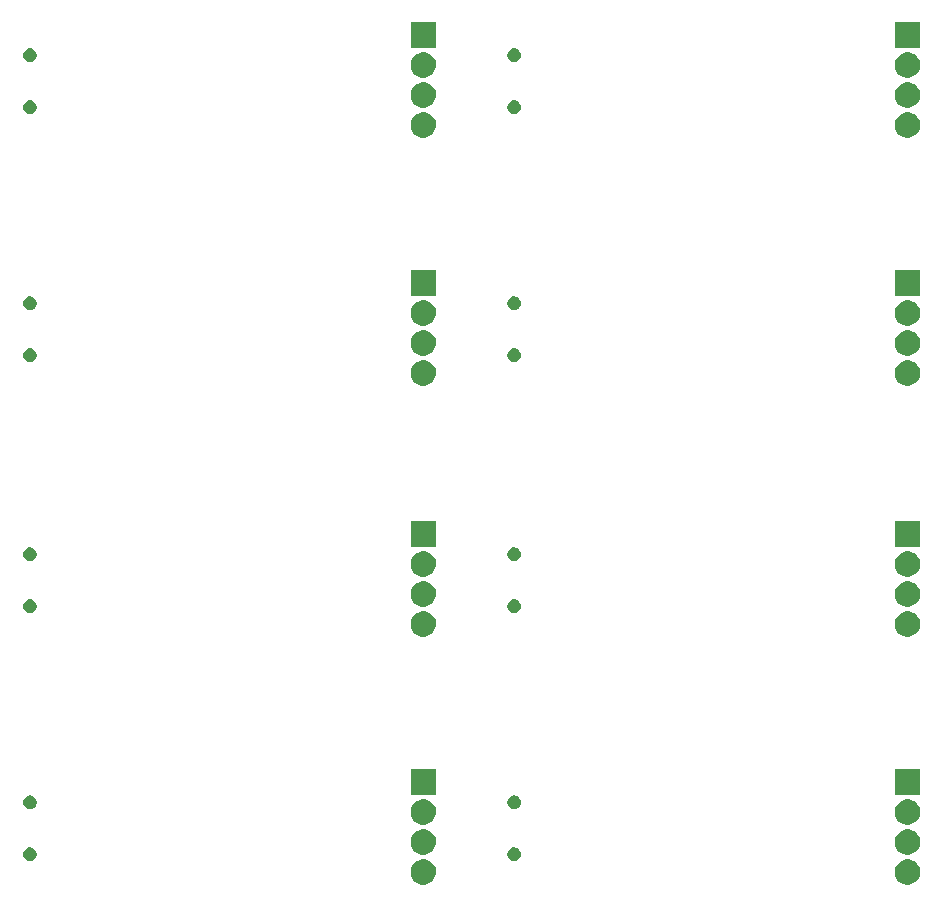
<source format=gbs>
G04 #@! TF.FileFunction,Soldermask,Bot*
%FSLAX46Y46*%
G04 Gerber Fmt 4.6, Leading zero omitted, Abs format (unit mm)*
G04 Created by KiCad (PCBNEW 0.201603131216+6619~43~ubuntu14.04.1-product) date Do 28 Apr 2016 22:30:15 CEST*
%MOMM*%
G01*
G04 APERTURE LIST*
%ADD10C,0.100000*%
G04 APERTURE END LIST*
D10*
G36*
X79363442Y-126230715D02*
X79570910Y-126273302D01*
X79766161Y-126355378D01*
X79941753Y-126473817D01*
X80090993Y-126624102D01*
X80208200Y-126800513D01*
X80288913Y-126996337D01*
X80329914Y-127203407D01*
X80329914Y-127203428D01*
X80330047Y-127204101D01*
X80326669Y-127446015D01*
X80326517Y-127446683D01*
X80326517Y-127446702D01*
X80279750Y-127652550D01*
X80193600Y-127846046D01*
X80071516Y-128019110D01*
X79918136Y-128165172D01*
X79739302Y-128278663D01*
X79541844Y-128355252D01*
X79333257Y-128392032D01*
X79121504Y-128387596D01*
X78914644Y-128342115D01*
X78720560Y-128257322D01*
X78546642Y-128136446D01*
X78399513Y-127984089D01*
X78284779Y-127806057D01*
X78206808Y-127609127D01*
X78168575Y-127400809D01*
X78171532Y-127189033D01*
X78215568Y-126981860D01*
X78299006Y-126787184D01*
X78418666Y-126612426D01*
X78569991Y-126464238D01*
X78747215Y-126348266D01*
X78943592Y-126268924D01*
X79151642Y-126229236D01*
X79363442Y-126230715D01*
X79363442Y-126230715D01*
G37*
G36*
X120363442Y-126230715D02*
X120570910Y-126273302D01*
X120766161Y-126355378D01*
X120941753Y-126473817D01*
X121090993Y-126624102D01*
X121208200Y-126800513D01*
X121288913Y-126996337D01*
X121329914Y-127203407D01*
X121329914Y-127203428D01*
X121330047Y-127204101D01*
X121326669Y-127446015D01*
X121326517Y-127446683D01*
X121326517Y-127446702D01*
X121279750Y-127652550D01*
X121193600Y-127846046D01*
X121071516Y-128019110D01*
X120918136Y-128165172D01*
X120739302Y-128278663D01*
X120541844Y-128355252D01*
X120333257Y-128392032D01*
X120121504Y-128387596D01*
X119914644Y-128342115D01*
X119720560Y-128257322D01*
X119546642Y-128136446D01*
X119399513Y-127984089D01*
X119284779Y-127806057D01*
X119206808Y-127609127D01*
X119168575Y-127400809D01*
X119171532Y-127189033D01*
X119215568Y-126981860D01*
X119299006Y-126787184D01*
X119418666Y-126612426D01*
X119569991Y-126464238D01*
X119747215Y-126348266D01*
X119943592Y-126268924D01*
X120151642Y-126229236D01*
X120363442Y-126230715D01*
X120363442Y-126230715D01*
G37*
G36*
X46005776Y-125210443D02*
X46117123Y-125233299D01*
X46221893Y-125277340D01*
X46316129Y-125340903D01*
X46396221Y-125421555D01*
X46459117Y-125516223D01*
X46502432Y-125621311D01*
X46524372Y-125732120D01*
X46524372Y-125732136D01*
X46524505Y-125732809D01*
X46522692Y-125862632D01*
X46522540Y-125863300D01*
X46522540Y-125863319D01*
X46497514Y-125973473D01*
X46451285Y-126077303D01*
X46385764Y-126170186D01*
X46303456Y-126248566D01*
X46207484Y-126309473D01*
X46101517Y-126350575D01*
X45989580Y-126370312D01*
X45875942Y-126367931D01*
X45764932Y-126343525D01*
X45660779Y-126298022D01*
X45567442Y-126233150D01*
X45488487Y-126151390D01*
X45426914Y-126055848D01*
X45385072Y-125950167D01*
X45364554Y-125838373D01*
X45366141Y-125724724D01*
X45389773Y-125613544D01*
X45434550Y-125509070D01*
X45498764Y-125415290D01*
X45579973Y-125335763D01*
X45675084Y-125273524D01*
X45780465Y-125230947D01*
X45892116Y-125209648D01*
X46005776Y-125210443D01*
X46005776Y-125210443D01*
G37*
G36*
X87005776Y-125210443D02*
X87117123Y-125233299D01*
X87221893Y-125277340D01*
X87316129Y-125340903D01*
X87396221Y-125421555D01*
X87459117Y-125516223D01*
X87502432Y-125621311D01*
X87524372Y-125732120D01*
X87524372Y-125732136D01*
X87524505Y-125732809D01*
X87522692Y-125862632D01*
X87522540Y-125863300D01*
X87522540Y-125863319D01*
X87497514Y-125973473D01*
X87451285Y-126077303D01*
X87385764Y-126170186D01*
X87303456Y-126248566D01*
X87207484Y-126309473D01*
X87101517Y-126350575D01*
X86989580Y-126370312D01*
X86875942Y-126367931D01*
X86764932Y-126343525D01*
X86660779Y-126298022D01*
X86567442Y-126233150D01*
X86488487Y-126151390D01*
X86426914Y-126055848D01*
X86385072Y-125950167D01*
X86364554Y-125838373D01*
X86366141Y-125724724D01*
X86389773Y-125613544D01*
X86434550Y-125509070D01*
X86498764Y-125415290D01*
X86579973Y-125335763D01*
X86675084Y-125273524D01*
X86780465Y-125230947D01*
X86892116Y-125209648D01*
X87005776Y-125210443D01*
X87005776Y-125210443D01*
G37*
G36*
X79363442Y-123690715D02*
X79570910Y-123733302D01*
X79766161Y-123815378D01*
X79941753Y-123933817D01*
X80090993Y-124084102D01*
X80208200Y-124260513D01*
X80288913Y-124456337D01*
X80329914Y-124663407D01*
X80329914Y-124663428D01*
X80330047Y-124664101D01*
X80326669Y-124906015D01*
X80326517Y-124906683D01*
X80326517Y-124906702D01*
X80279750Y-125112550D01*
X80193600Y-125306046D01*
X80071516Y-125479110D01*
X79918136Y-125625172D01*
X79739302Y-125738663D01*
X79541844Y-125815252D01*
X79333257Y-125852032D01*
X79121504Y-125847596D01*
X78914644Y-125802115D01*
X78720560Y-125717322D01*
X78546642Y-125596446D01*
X78399513Y-125444089D01*
X78284779Y-125266057D01*
X78206808Y-125069127D01*
X78168575Y-124860809D01*
X78171532Y-124649033D01*
X78215568Y-124441860D01*
X78299006Y-124247184D01*
X78418666Y-124072426D01*
X78569991Y-123924238D01*
X78747215Y-123808266D01*
X78943592Y-123728924D01*
X79151642Y-123689236D01*
X79363442Y-123690715D01*
X79363442Y-123690715D01*
G37*
G36*
X120363442Y-123690715D02*
X120570910Y-123733302D01*
X120766161Y-123815378D01*
X120941753Y-123933817D01*
X121090993Y-124084102D01*
X121208200Y-124260513D01*
X121288913Y-124456337D01*
X121329914Y-124663407D01*
X121329914Y-124663428D01*
X121330047Y-124664101D01*
X121326669Y-124906015D01*
X121326517Y-124906683D01*
X121326517Y-124906702D01*
X121279750Y-125112550D01*
X121193600Y-125306046D01*
X121071516Y-125479110D01*
X120918136Y-125625172D01*
X120739302Y-125738663D01*
X120541844Y-125815252D01*
X120333257Y-125852032D01*
X120121504Y-125847596D01*
X119914644Y-125802115D01*
X119720560Y-125717322D01*
X119546642Y-125596446D01*
X119399513Y-125444089D01*
X119284779Y-125266057D01*
X119206808Y-125069127D01*
X119168575Y-124860809D01*
X119171532Y-124649033D01*
X119215568Y-124441860D01*
X119299006Y-124247184D01*
X119418666Y-124072426D01*
X119569991Y-123924238D01*
X119747215Y-123808266D01*
X119943592Y-123728924D01*
X120151642Y-123689236D01*
X120363442Y-123690715D01*
X120363442Y-123690715D01*
G37*
G36*
X120363442Y-121150715D02*
X120570910Y-121193302D01*
X120766161Y-121275378D01*
X120941753Y-121393817D01*
X121090993Y-121544102D01*
X121208200Y-121720513D01*
X121288913Y-121916337D01*
X121329914Y-122123407D01*
X121329914Y-122123428D01*
X121330047Y-122124101D01*
X121326669Y-122366015D01*
X121326517Y-122366683D01*
X121326517Y-122366702D01*
X121279750Y-122572550D01*
X121193600Y-122766046D01*
X121071516Y-122939110D01*
X120918136Y-123085172D01*
X120739302Y-123198663D01*
X120541844Y-123275252D01*
X120333257Y-123312032D01*
X120121504Y-123307596D01*
X119914644Y-123262115D01*
X119720560Y-123177322D01*
X119546642Y-123056446D01*
X119399513Y-122904089D01*
X119284779Y-122726057D01*
X119206808Y-122529127D01*
X119168575Y-122320809D01*
X119171532Y-122109033D01*
X119215568Y-121901860D01*
X119299006Y-121707184D01*
X119418666Y-121532426D01*
X119569991Y-121384238D01*
X119747215Y-121268266D01*
X119943592Y-121188924D01*
X120151642Y-121149236D01*
X120363442Y-121150715D01*
X120363442Y-121150715D01*
G37*
G36*
X79363442Y-121150715D02*
X79570910Y-121193302D01*
X79766161Y-121275378D01*
X79941753Y-121393817D01*
X80090993Y-121544102D01*
X80208200Y-121720513D01*
X80288913Y-121916337D01*
X80329914Y-122123407D01*
X80329914Y-122123428D01*
X80330047Y-122124101D01*
X80326669Y-122366015D01*
X80326517Y-122366683D01*
X80326517Y-122366702D01*
X80279750Y-122572550D01*
X80193600Y-122766046D01*
X80071516Y-122939110D01*
X79918136Y-123085172D01*
X79739302Y-123198663D01*
X79541844Y-123275252D01*
X79333257Y-123312032D01*
X79121504Y-123307596D01*
X78914644Y-123262115D01*
X78720560Y-123177322D01*
X78546642Y-123056446D01*
X78399513Y-122904089D01*
X78284779Y-122726057D01*
X78206808Y-122529127D01*
X78168575Y-122320809D01*
X78171532Y-122109033D01*
X78215568Y-121901860D01*
X78299006Y-121707184D01*
X78418666Y-121532426D01*
X78569991Y-121384238D01*
X78747215Y-121268266D01*
X78943592Y-121188924D01*
X79151642Y-121149236D01*
X79363442Y-121150715D01*
X79363442Y-121150715D01*
G37*
G36*
X87005776Y-120811163D02*
X87117123Y-120834019D01*
X87221893Y-120878060D01*
X87316129Y-120941623D01*
X87396221Y-121022275D01*
X87459117Y-121116943D01*
X87502432Y-121222031D01*
X87524372Y-121332840D01*
X87524372Y-121332856D01*
X87524505Y-121333529D01*
X87522692Y-121463352D01*
X87522540Y-121464020D01*
X87522540Y-121464039D01*
X87497514Y-121574193D01*
X87451285Y-121678023D01*
X87385764Y-121770906D01*
X87303456Y-121849286D01*
X87207484Y-121910193D01*
X87101517Y-121951295D01*
X86989580Y-121971032D01*
X86875942Y-121968651D01*
X86764932Y-121944245D01*
X86660779Y-121898742D01*
X86567442Y-121833870D01*
X86488487Y-121752110D01*
X86426914Y-121656568D01*
X86385072Y-121550887D01*
X86364554Y-121439093D01*
X86366141Y-121325444D01*
X86389773Y-121214264D01*
X86434550Y-121109790D01*
X86498764Y-121016010D01*
X86579973Y-120936483D01*
X86675084Y-120874244D01*
X86780465Y-120831667D01*
X86892116Y-120810368D01*
X87005776Y-120811163D01*
X87005776Y-120811163D01*
G37*
G36*
X46005776Y-120811163D02*
X46117123Y-120834019D01*
X46221893Y-120878060D01*
X46316129Y-120941623D01*
X46396221Y-121022275D01*
X46459117Y-121116943D01*
X46502432Y-121222031D01*
X46524372Y-121332840D01*
X46524372Y-121332856D01*
X46524505Y-121333529D01*
X46522692Y-121463352D01*
X46522540Y-121464020D01*
X46522540Y-121464039D01*
X46497514Y-121574193D01*
X46451285Y-121678023D01*
X46385764Y-121770906D01*
X46303456Y-121849286D01*
X46207484Y-121910193D01*
X46101517Y-121951295D01*
X45989580Y-121971032D01*
X45875942Y-121968651D01*
X45764932Y-121944245D01*
X45660779Y-121898742D01*
X45567442Y-121833870D01*
X45488487Y-121752110D01*
X45426914Y-121656568D01*
X45385072Y-121550887D01*
X45364554Y-121439093D01*
X45366141Y-121325444D01*
X45389773Y-121214264D01*
X45434550Y-121109790D01*
X45498764Y-121016010D01*
X45579973Y-120936483D01*
X45675084Y-120874244D01*
X45780465Y-120831667D01*
X45892116Y-120810368D01*
X46005776Y-120811163D01*
X46005776Y-120811163D01*
G37*
G36*
X121330000Y-120770000D02*
X119170000Y-120770000D01*
X119170000Y-118610000D01*
X121330000Y-118610000D01*
X121330000Y-120770000D01*
X121330000Y-120770000D01*
G37*
G36*
X80330000Y-120770000D02*
X78170000Y-120770000D01*
X78170000Y-118610000D01*
X80330000Y-118610000D01*
X80330000Y-120770000D01*
X80330000Y-120770000D01*
G37*
G36*
X120363442Y-105230715D02*
X120570910Y-105273302D01*
X120766161Y-105355378D01*
X120941753Y-105473817D01*
X121090993Y-105624102D01*
X121208200Y-105800513D01*
X121288913Y-105996337D01*
X121329914Y-106203407D01*
X121329914Y-106203428D01*
X121330047Y-106204101D01*
X121326669Y-106446015D01*
X121326517Y-106446683D01*
X121326517Y-106446702D01*
X121279750Y-106652550D01*
X121193600Y-106846046D01*
X121071516Y-107019110D01*
X120918136Y-107165172D01*
X120739302Y-107278663D01*
X120541844Y-107355252D01*
X120333257Y-107392032D01*
X120121504Y-107387596D01*
X119914644Y-107342115D01*
X119720560Y-107257322D01*
X119546642Y-107136446D01*
X119399513Y-106984089D01*
X119284779Y-106806057D01*
X119206808Y-106609127D01*
X119168575Y-106400809D01*
X119171532Y-106189033D01*
X119215568Y-105981860D01*
X119299006Y-105787184D01*
X119418666Y-105612426D01*
X119569991Y-105464238D01*
X119747215Y-105348266D01*
X119943592Y-105268924D01*
X120151642Y-105229236D01*
X120363442Y-105230715D01*
X120363442Y-105230715D01*
G37*
G36*
X79363442Y-105230715D02*
X79570910Y-105273302D01*
X79766161Y-105355378D01*
X79941753Y-105473817D01*
X80090993Y-105624102D01*
X80208200Y-105800513D01*
X80288913Y-105996337D01*
X80329914Y-106203407D01*
X80329914Y-106203428D01*
X80330047Y-106204101D01*
X80326669Y-106446015D01*
X80326517Y-106446683D01*
X80326517Y-106446702D01*
X80279750Y-106652550D01*
X80193600Y-106846046D01*
X80071516Y-107019110D01*
X79918136Y-107165172D01*
X79739302Y-107278663D01*
X79541844Y-107355252D01*
X79333257Y-107392032D01*
X79121504Y-107387596D01*
X78914644Y-107342115D01*
X78720560Y-107257322D01*
X78546642Y-107136446D01*
X78399513Y-106984089D01*
X78284779Y-106806057D01*
X78206808Y-106609127D01*
X78168575Y-106400809D01*
X78171532Y-106189033D01*
X78215568Y-105981860D01*
X78299006Y-105787184D01*
X78418666Y-105612426D01*
X78569991Y-105464238D01*
X78747215Y-105348266D01*
X78943592Y-105268924D01*
X79151642Y-105229236D01*
X79363442Y-105230715D01*
X79363442Y-105230715D01*
G37*
G36*
X46005776Y-104210443D02*
X46117123Y-104233299D01*
X46221893Y-104277340D01*
X46316129Y-104340903D01*
X46396221Y-104421555D01*
X46459117Y-104516223D01*
X46502432Y-104621311D01*
X46524372Y-104732120D01*
X46524372Y-104732136D01*
X46524505Y-104732809D01*
X46522692Y-104862632D01*
X46522540Y-104863300D01*
X46522540Y-104863319D01*
X46497514Y-104973473D01*
X46451285Y-105077303D01*
X46385764Y-105170186D01*
X46303456Y-105248566D01*
X46207484Y-105309473D01*
X46101517Y-105350575D01*
X45989580Y-105370312D01*
X45875942Y-105367931D01*
X45764932Y-105343525D01*
X45660779Y-105298022D01*
X45567442Y-105233150D01*
X45488487Y-105151390D01*
X45426914Y-105055848D01*
X45385072Y-104950167D01*
X45364554Y-104838373D01*
X45366141Y-104724724D01*
X45389773Y-104613544D01*
X45434550Y-104509070D01*
X45498764Y-104415290D01*
X45579973Y-104335763D01*
X45675084Y-104273524D01*
X45780465Y-104230947D01*
X45892116Y-104209648D01*
X46005776Y-104210443D01*
X46005776Y-104210443D01*
G37*
G36*
X87005776Y-104210443D02*
X87117123Y-104233299D01*
X87221893Y-104277340D01*
X87316129Y-104340903D01*
X87396221Y-104421555D01*
X87459117Y-104516223D01*
X87502432Y-104621311D01*
X87524372Y-104732120D01*
X87524372Y-104732136D01*
X87524505Y-104732809D01*
X87522692Y-104862632D01*
X87522540Y-104863300D01*
X87522540Y-104863319D01*
X87497514Y-104973473D01*
X87451285Y-105077303D01*
X87385764Y-105170186D01*
X87303456Y-105248566D01*
X87207484Y-105309473D01*
X87101517Y-105350575D01*
X86989580Y-105370312D01*
X86875942Y-105367931D01*
X86764932Y-105343525D01*
X86660779Y-105298022D01*
X86567442Y-105233150D01*
X86488487Y-105151390D01*
X86426914Y-105055848D01*
X86385072Y-104950167D01*
X86364554Y-104838373D01*
X86366141Y-104724724D01*
X86389773Y-104613544D01*
X86434550Y-104509070D01*
X86498764Y-104415290D01*
X86579973Y-104335763D01*
X86675084Y-104273524D01*
X86780465Y-104230947D01*
X86892116Y-104209648D01*
X87005776Y-104210443D01*
X87005776Y-104210443D01*
G37*
G36*
X120363442Y-102690715D02*
X120570910Y-102733302D01*
X120766161Y-102815378D01*
X120941753Y-102933817D01*
X121090993Y-103084102D01*
X121208200Y-103260513D01*
X121288913Y-103456337D01*
X121329914Y-103663407D01*
X121329914Y-103663428D01*
X121330047Y-103664101D01*
X121326669Y-103906015D01*
X121326517Y-103906683D01*
X121326517Y-103906702D01*
X121279750Y-104112550D01*
X121193600Y-104306046D01*
X121071516Y-104479110D01*
X120918136Y-104625172D01*
X120739302Y-104738663D01*
X120541844Y-104815252D01*
X120333257Y-104852032D01*
X120121504Y-104847596D01*
X119914644Y-104802115D01*
X119720560Y-104717322D01*
X119546642Y-104596446D01*
X119399513Y-104444089D01*
X119284779Y-104266057D01*
X119206808Y-104069127D01*
X119168575Y-103860809D01*
X119171532Y-103649033D01*
X119215568Y-103441860D01*
X119299006Y-103247184D01*
X119418666Y-103072426D01*
X119569991Y-102924238D01*
X119747215Y-102808266D01*
X119943592Y-102728924D01*
X120151642Y-102689236D01*
X120363442Y-102690715D01*
X120363442Y-102690715D01*
G37*
G36*
X79363442Y-102690715D02*
X79570910Y-102733302D01*
X79766161Y-102815378D01*
X79941753Y-102933817D01*
X80090993Y-103084102D01*
X80208200Y-103260513D01*
X80288913Y-103456337D01*
X80329914Y-103663407D01*
X80329914Y-103663428D01*
X80330047Y-103664101D01*
X80326669Y-103906015D01*
X80326517Y-103906683D01*
X80326517Y-103906702D01*
X80279750Y-104112550D01*
X80193600Y-104306046D01*
X80071516Y-104479110D01*
X79918136Y-104625172D01*
X79739302Y-104738663D01*
X79541844Y-104815252D01*
X79333257Y-104852032D01*
X79121504Y-104847596D01*
X78914644Y-104802115D01*
X78720560Y-104717322D01*
X78546642Y-104596446D01*
X78399513Y-104444089D01*
X78284779Y-104266057D01*
X78206808Y-104069127D01*
X78168575Y-103860809D01*
X78171532Y-103649033D01*
X78215568Y-103441860D01*
X78299006Y-103247184D01*
X78418666Y-103072426D01*
X78569991Y-102924238D01*
X78747215Y-102808266D01*
X78943592Y-102728924D01*
X79151642Y-102689236D01*
X79363442Y-102690715D01*
X79363442Y-102690715D01*
G37*
G36*
X79363442Y-100150715D02*
X79570910Y-100193302D01*
X79766161Y-100275378D01*
X79941753Y-100393817D01*
X80090993Y-100544102D01*
X80208200Y-100720513D01*
X80288913Y-100916337D01*
X80329914Y-101123407D01*
X80329914Y-101123428D01*
X80330047Y-101124101D01*
X80326669Y-101366015D01*
X80326517Y-101366683D01*
X80326517Y-101366702D01*
X80279750Y-101572550D01*
X80193600Y-101766046D01*
X80071516Y-101939110D01*
X79918136Y-102085172D01*
X79739302Y-102198663D01*
X79541844Y-102275252D01*
X79333257Y-102312032D01*
X79121504Y-102307596D01*
X78914644Y-102262115D01*
X78720560Y-102177322D01*
X78546642Y-102056446D01*
X78399513Y-101904089D01*
X78284779Y-101726057D01*
X78206808Y-101529127D01*
X78168575Y-101320809D01*
X78171532Y-101109033D01*
X78215568Y-100901860D01*
X78299006Y-100707184D01*
X78418666Y-100532426D01*
X78569991Y-100384238D01*
X78747215Y-100268266D01*
X78943592Y-100188924D01*
X79151642Y-100149236D01*
X79363442Y-100150715D01*
X79363442Y-100150715D01*
G37*
G36*
X120363442Y-100150715D02*
X120570910Y-100193302D01*
X120766161Y-100275378D01*
X120941753Y-100393817D01*
X121090993Y-100544102D01*
X121208200Y-100720513D01*
X121288913Y-100916337D01*
X121329914Y-101123407D01*
X121329914Y-101123428D01*
X121330047Y-101124101D01*
X121326669Y-101366015D01*
X121326517Y-101366683D01*
X121326517Y-101366702D01*
X121279750Y-101572550D01*
X121193600Y-101766046D01*
X121071516Y-101939110D01*
X120918136Y-102085172D01*
X120739302Y-102198663D01*
X120541844Y-102275252D01*
X120333257Y-102312032D01*
X120121504Y-102307596D01*
X119914644Y-102262115D01*
X119720560Y-102177322D01*
X119546642Y-102056446D01*
X119399513Y-101904089D01*
X119284779Y-101726057D01*
X119206808Y-101529127D01*
X119168575Y-101320809D01*
X119171532Y-101109033D01*
X119215568Y-100901860D01*
X119299006Y-100707184D01*
X119418666Y-100532426D01*
X119569991Y-100384238D01*
X119747215Y-100268266D01*
X119943592Y-100188924D01*
X120151642Y-100149236D01*
X120363442Y-100150715D01*
X120363442Y-100150715D01*
G37*
G36*
X87005776Y-99811163D02*
X87117123Y-99834019D01*
X87221893Y-99878060D01*
X87316129Y-99941623D01*
X87396221Y-100022275D01*
X87459117Y-100116943D01*
X87502432Y-100222031D01*
X87524372Y-100332840D01*
X87524372Y-100332856D01*
X87524505Y-100333529D01*
X87522692Y-100463352D01*
X87522540Y-100464020D01*
X87522540Y-100464039D01*
X87497514Y-100574193D01*
X87451285Y-100678023D01*
X87385764Y-100770906D01*
X87303456Y-100849286D01*
X87207484Y-100910193D01*
X87101517Y-100951295D01*
X86989580Y-100971032D01*
X86875942Y-100968651D01*
X86764932Y-100944245D01*
X86660779Y-100898742D01*
X86567442Y-100833870D01*
X86488487Y-100752110D01*
X86426914Y-100656568D01*
X86385072Y-100550887D01*
X86364554Y-100439093D01*
X86366141Y-100325444D01*
X86389773Y-100214264D01*
X86434550Y-100109790D01*
X86498764Y-100016010D01*
X86579973Y-99936483D01*
X86675084Y-99874244D01*
X86780465Y-99831667D01*
X86892116Y-99810368D01*
X87005776Y-99811163D01*
X87005776Y-99811163D01*
G37*
G36*
X46005776Y-99811163D02*
X46117123Y-99834019D01*
X46221893Y-99878060D01*
X46316129Y-99941623D01*
X46396221Y-100022275D01*
X46459117Y-100116943D01*
X46502432Y-100222031D01*
X46524372Y-100332840D01*
X46524372Y-100332856D01*
X46524505Y-100333529D01*
X46522692Y-100463352D01*
X46522540Y-100464020D01*
X46522540Y-100464039D01*
X46497514Y-100574193D01*
X46451285Y-100678023D01*
X46385764Y-100770906D01*
X46303456Y-100849286D01*
X46207484Y-100910193D01*
X46101517Y-100951295D01*
X45989580Y-100971032D01*
X45875942Y-100968651D01*
X45764932Y-100944245D01*
X45660779Y-100898742D01*
X45567442Y-100833870D01*
X45488487Y-100752110D01*
X45426914Y-100656568D01*
X45385072Y-100550887D01*
X45364554Y-100439093D01*
X45366141Y-100325444D01*
X45389773Y-100214264D01*
X45434550Y-100109790D01*
X45498764Y-100016010D01*
X45579973Y-99936483D01*
X45675084Y-99874244D01*
X45780465Y-99831667D01*
X45892116Y-99810368D01*
X46005776Y-99811163D01*
X46005776Y-99811163D01*
G37*
G36*
X121330000Y-99770000D02*
X119170000Y-99770000D01*
X119170000Y-97610000D01*
X121330000Y-97610000D01*
X121330000Y-99770000D01*
X121330000Y-99770000D01*
G37*
G36*
X80330000Y-99770000D02*
X78170000Y-99770000D01*
X78170000Y-97610000D01*
X80330000Y-97610000D01*
X80330000Y-99770000D01*
X80330000Y-99770000D01*
G37*
G36*
X120363442Y-83980715D02*
X120570910Y-84023302D01*
X120766161Y-84105378D01*
X120941753Y-84223817D01*
X121090993Y-84374102D01*
X121208200Y-84550513D01*
X121288913Y-84746337D01*
X121329914Y-84953407D01*
X121329914Y-84953428D01*
X121330047Y-84954101D01*
X121326669Y-85196015D01*
X121326517Y-85196683D01*
X121326517Y-85196702D01*
X121279750Y-85402550D01*
X121193600Y-85596046D01*
X121071516Y-85769110D01*
X120918136Y-85915172D01*
X120739302Y-86028663D01*
X120541844Y-86105252D01*
X120333257Y-86142032D01*
X120121504Y-86137596D01*
X119914644Y-86092115D01*
X119720560Y-86007322D01*
X119546642Y-85886446D01*
X119399513Y-85734089D01*
X119284779Y-85556057D01*
X119206808Y-85359127D01*
X119168575Y-85150809D01*
X119171532Y-84939033D01*
X119215568Y-84731860D01*
X119299006Y-84537184D01*
X119418666Y-84362426D01*
X119569991Y-84214238D01*
X119747215Y-84098266D01*
X119943592Y-84018924D01*
X120151642Y-83979236D01*
X120363442Y-83980715D01*
X120363442Y-83980715D01*
G37*
G36*
X79363442Y-83980715D02*
X79570910Y-84023302D01*
X79766161Y-84105378D01*
X79941753Y-84223817D01*
X80090993Y-84374102D01*
X80208200Y-84550513D01*
X80288913Y-84746337D01*
X80329914Y-84953407D01*
X80329914Y-84953428D01*
X80330047Y-84954101D01*
X80326669Y-85196015D01*
X80326517Y-85196683D01*
X80326517Y-85196702D01*
X80279750Y-85402550D01*
X80193600Y-85596046D01*
X80071516Y-85769110D01*
X79918136Y-85915172D01*
X79739302Y-86028663D01*
X79541844Y-86105252D01*
X79333257Y-86142032D01*
X79121504Y-86137596D01*
X78914644Y-86092115D01*
X78720560Y-86007322D01*
X78546642Y-85886446D01*
X78399513Y-85734089D01*
X78284779Y-85556057D01*
X78206808Y-85359127D01*
X78168575Y-85150809D01*
X78171532Y-84939033D01*
X78215568Y-84731860D01*
X78299006Y-84537184D01*
X78418666Y-84362426D01*
X78569991Y-84214238D01*
X78747215Y-84098266D01*
X78943592Y-84018924D01*
X79151642Y-83979236D01*
X79363442Y-83980715D01*
X79363442Y-83980715D01*
G37*
G36*
X87005776Y-82960443D02*
X87117123Y-82983299D01*
X87221893Y-83027340D01*
X87316129Y-83090903D01*
X87396221Y-83171555D01*
X87459117Y-83266223D01*
X87502432Y-83371311D01*
X87524372Y-83482120D01*
X87524372Y-83482136D01*
X87524505Y-83482809D01*
X87522692Y-83612632D01*
X87522540Y-83613300D01*
X87522540Y-83613319D01*
X87497514Y-83723473D01*
X87451285Y-83827303D01*
X87385764Y-83920186D01*
X87303456Y-83998566D01*
X87207484Y-84059473D01*
X87101517Y-84100575D01*
X86989580Y-84120312D01*
X86875942Y-84117931D01*
X86764932Y-84093525D01*
X86660779Y-84048022D01*
X86567442Y-83983150D01*
X86488487Y-83901390D01*
X86426914Y-83805848D01*
X86385072Y-83700167D01*
X86364554Y-83588373D01*
X86366141Y-83474724D01*
X86389773Y-83363544D01*
X86434550Y-83259070D01*
X86498764Y-83165290D01*
X86579973Y-83085763D01*
X86675084Y-83023524D01*
X86780465Y-82980947D01*
X86892116Y-82959648D01*
X87005776Y-82960443D01*
X87005776Y-82960443D01*
G37*
G36*
X46005776Y-82960443D02*
X46117123Y-82983299D01*
X46221893Y-83027340D01*
X46316129Y-83090903D01*
X46396221Y-83171555D01*
X46459117Y-83266223D01*
X46502432Y-83371311D01*
X46524372Y-83482120D01*
X46524372Y-83482136D01*
X46524505Y-83482809D01*
X46522692Y-83612632D01*
X46522540Y-83613300D01*
X46522540Y-83613319D01*
X46497514Y-83723473D01*
X46451285Y-83827303D01*
X46385764Y-83920186D01*
X46303456Y-83998566D01*
X46207484Y-84059473D01*
X46101517Y-84100575D01*
X45989580Y-84120312D01*
X45875942Y-84117931D01*
X45764932Y-84093525D01*
X45660779Y-84048022D01*
X45567442Y-83983150D01*
X45488487Y-83901390D01*
X45426914Y-83805848D01*
X45385072Y-83700167D01*
X45364554Y-83588373D01*
X45366141Y-83474724D01*
X45389773Y-83363544D01*
X45434550Y-83259070D01*
X45498764Y-83165290D01*
X45579973Y-83085763D01*
X45675084Y-83023524D01*
X45780465Y-82980947D01*
X45892116Y-82959648D01*
X46005776Y-82960443D01*
X46005776Y-82960443D01*
G37*
G36*
X120363442Y-81440715D02*
X120570910Y-81483302D01*
X120766161Y-81565378D01*
X120941753Y-81683817D01*
X121090993Y-81834102D01*
X121208200Y-82010513D01*
X121288913Y-82206337D01*
X121329914Y-82413407D01*
X121329914Y-82413428D01*
X121330047Y-82414101D01*
X121326669Y-82656015D01*
X121326517Y-82656683D01*
X121326517Y-82656702D01*
X121279750Y-82862550D01*
X121193600Y-83056046D01*
X121071516Y-83229110D01*
X120918136Y-83375172D01*
X120739302Y-83488663D01*
X120541844Y-83565252D01*
X120333257Y-83602032D01*
X120121504Y-83597596D01*
X119914644Y-83552115D01*
X119720560Y-83467322D01*
X119546642Y-83346446D01*
X119399513Y-83194089D01*
X119284779Y-83016057D01*
X119206808Y-82819127D01*
X119168575Y-82610809D01*
X119171532Y-82399033D01*
X119215568Y-82191860D01*
X119299006Y-81997184D01*
X119418666Y-81822426D01*
X119569991Y-81674238D01*
X119747215Y-81558266D01*
X119943592Y-81478924D01*
X120151642Y-81439236D01*
X120363442Y-81440715D01*
X120363442Y-81440715D01*
G37*
G36*
X79363442Y-81440715D02*
X79570910Y-81483302D01*
X79766161Y-81565378D01*
X79941753Y-81683817D01*
X80090993Y-81834102D01*
X80208200Y-82010513D01*
X80288913Y-82206337D01*
X80329914Y-82413407D01*
X80329914Y-82413428D01*
X80330047Y-82414101D01*
X80326669Y-82656015D01*
X80326517Y-82656683D01*
X80326517Y-82656702D01*
X80279750Y-82862550D01*
X80193600Y-83056046D01*
X80071516Y-83229110D01*
X79918136Y-83375172D01*
X79739302Y-83488663D01*
X79541844Y-83565252D01*
X79333257Y-83602032D01*
X79121504Y-83597596D01*
X78914644Y-83552115D01*
X78720560Y-83467322D01*
X78546642Y-83346446D01*
X78399513Y-83194089D01*
X78284779Y-83016057D01*
X78206808Y-82819127D01*
X78168575Y-82610809D01*
X78171532Y-82399033D01*
X78215568Y-82191860D01*
X78299006Y-81997184D01*
X78418666Y-81822426D01*
X78569991Y-81674238D01*
X78747215Y-81558266D01*
X78943592Y-81478924D01*
X79151642Y-81439236D01*
X79363442Y-81440715D01*
X79363442Y-81440715D01*
G37*
G36*
X120363442Y-78900715D02*
X120570910Y-78943302D01*
X120766161Y-79025378D01*
X120941753Y-79143817D01*
X121090993Y-79294102D01*
X121208200Y-79470513D01*
X121288913Y-79666337D01*
X121329914Y-79873407D01*
X121329914Y-79873428D01*
X121330047Y-79874101D01*
X121326669Y-80116015D01*
X121326517Y-80116683D01*
X121326517Y-80116702D01*
X121279750Y-80322550D01*
X121193600Y-80516046D01*
X121071516Y-80689110D01*
X120918136Y-80835172D01*
X120739302Y-80948663D01*
X120541844Y-81025252D01*
X120333257Y-81062032D01*
X120121504Y-81057596D01*
X119914644Y-81012115D01*
X119720560Y-80927322D01*
X119546642Y-80806446D01*
X119399513Y-80654089D01*
X119284779Y-80476057D01*
X119206808Y-80279127D01*
X119168575Y-80070809D01*
X119171532Y-79859033D01*
X119215568Y-79651860D01*
X119299006Y-79457184D01*
X119418666Y-79282426D01*
X119569991Y-79134238D01*
X119747215Y-79018266D01*
X119943592Y-78938924D01*
X120151642Y-78899236D01*
X120363442Y-78900715D01*
X120363442Y-78900715D01*
G37*
G36*
X79363442Y-78900715D02*
X79570910Y-78943302D01*
X79766161Y-79025378D01*
X79941753Y-79143817D01*
X80090993Y-79294102D01*
X80208200Y-79470513D01*
X80288913Y-79666337D01*
X80329914Y-79873407D01*
X80329914Y-79873428D01*
X80330047Y-79874101D01*
X80326669Y-80116015D01*
X80326517Y-80116683D01*
X80326517Y-80116702D01*
X80279750Y-80322550D01*
X80193600Y-80516046D01*
X80071516Y-80689110D01*
X79918136Y-80835172D01*
X79739302Y-80948663D01*
X79541844Y-81025252D01*
X79333257Y-81062032D01*
X79121504Y-81057596D01*
X78914644Y-81012115D01*
X78720560Y-80927322D01*
X78546642Y-80806446D01*
X78399513Y-80654089D01*
X78284779Y-80476057D01*
X78206808Y-80279127D01*
X78168575Y-80070809D01*
X78171532Y-79859033D01*
X78215568Y-79651860D01*
X78299006Y-79457184D01*
X78418666Y-79282426D01*
X78569991Y-79134238D01*
X78747215Y-79018266D01*
X78943592Y-78938924D01*
X79151642Y-78899236D01*
X79363442Y-78900715D01*
X79363442Y-78900715D01*
G37*
G36*
X87005776Y-78561163D02*
X87117123Y-78584019D01*
X87221893Y-78628060D01*
X87316129Y-78691623D01*
X87396221Y-78772275D01*
X87459117Y-78866943D01*
X87502432Y-78972031D01*
X87524372Y-79082840D01*
X87524372Y-79082856D01*
X87524505Y-79083529D01*
X87522692Y-79213352D01*
X87522540Y-79214020D01*
X87522540Y-79214039D01*
X87497514Y-79324193D01*
X87451285Y-79428023D01*
X87385764Y-79520906D01*
X87303456Y-79599286D01*
X87207484Y-79660193D01*
X87101517Y-79701295D01*
X86989580Y-79721032D01*
X86875942Y-79718651D01*
X86764932Y-79694245D01*
X86660779Y-79648742D01*
X86567442Y-79583870D01*
X86488487Y-79502110D01*
X86426914Y-79406568D01*
X86385072Y-79300887D01*
X86364554Y-79189093D01*
X86366141Y-79075444D01*
X86389773Y-78964264D01*
X86434550Y-78859790D01*
X86498764Y-78766010D01*
X86579973Y-78686483D01*
X86675084Y-78624244D01*
X86780465Y-78581667D01*
X86892116Y-78560368D01*
X87005776Y-78561163D01*
X87005776Y-78561163D01*
G37*
G36*
X46005776Y-78561163D02*
X46117123Y-78584019D01*
X46221893Y-78628060D01*
X46316129Y-78691623D01*
X46396221Y-78772275D01*
X46459117Y-78866943D01*
X46502432Y-78972031D01*
X46524372Y-79082840D01*
X46524372Y-79082856D01*
X46524505Y-79083529D01*
X46522692Y-79213352D01*
X46522540Y-79214020D01*
X46522540Y-79214039D01*
X46497514Y-79324193D01*
X46451285Y-79428023D01*
X46385764Y-79520906D01*
X46303456Y-79599286D01*
X46207484Y-79660193D01*
X46101517Y-79701295D01*
X45989580Y-79721032D01*
X45875942Y-79718651D01*
X45764932Y-79694245D01*
X45660779Y-79648742D01*
X45567442Y-79583870D01*
X45488487Y-79502110D01*
X45426914Y-79406568D01*
X45385072Y-79300887D01*
X45364554Y-79189093D01*
X45366141Y-79075444D01*
X45389773Y-78964264D01*
X45434550Y-78859790D01*
X45498764Y-78766010D01*
X45579973Y-78686483D01*
X45675084Y-78624244D01*
X45780465Y-78581667D01*
X45892116Y-78560368D01*
X46005776Y-78561163D01*
X46005776Y-78561163D01*
G37*
G36*
X121330000Y-78520000D02*
X119170000Y-78520000D01*
X119170000Y-76360000D01*
X121330000Y-76360000D01*
X121330000Y-78520000D01*
X121330000Y-78520000D01*
G37*
G36*
X80330000Y-78520000D02*
X78170000Y-78520000D01*
X78170000Y-76360000D01*
X80330000Y-76360000D01*
X80330000Y-78520000D01*
X80330000Y-78520000D01*
G37*
G36*
X79363442Y-62980715D02*
X79570910Y-63023302D01*
X79766161Y-63105378D01*
X79941753Y-63223817D01*
X80090993Y-63374102D01*
X80208200Y-63550513D01*
X80288913Y-63746337D01*
X80329914Y-63953407D01*
X80329914Y-63953428D01*
X80330047Y-63954101D01*
X80326669Y-64196015D01*
X80326517Y-64196683D01*
X80326517Y-64196702D01*
X80279750Y-64402550D01*
X80193600Y-64596046D01*
X80071516Y-64769110D01*
X79918136Y-64915172D01*
X79739302Y-65028663D01*
X79541844Y-65105252D01*
X79333257Y-65142032D01*
X79121504Y-65137596D01*
X78914644Y-65092115D01*
X78720560Y-65007322D01*
X78546642Y-64886446D01*
X78399513Y-64734089D01*
X78284779Y-64556057D01*
X78206808Y-64359127D01*
X78168575Y-64150809D01*
X78171532Y-63939033D01*
X78215568Y-63731860D01*
X78299006Y-63537184D01*
X78418666Y-63362426D01*
X78569991Y-63214238D01*
X78747215Y-63098266D01*
X78943592Y-63018924D01*
X79151642Y-62979236D01*
X79363442Y-62980715D01*
X79363442Y-62980715D01*
G37*
G36*
X120363442Y-62980715D02*
X120570910Y-63023302D01*
X120766161Y-63105378D01*
X120941753Y-63223817D01*
X121090993Y-63374102D01*
X121208200Y-63550513D01*
X121288913Y-63746337D01*
X121329914Y-63953407D01*
X121329914Y-63953428D01*
X121330047Y-63954101D01*
X121326669Y-64196015D01*
X121326517Y-64196683D01*
X121326517Y-64196702D01*
X121279750Y-64402550D01*
X121193600Y-64596046D01*
X121071516Y-64769110D01*
X120918136Y-64915172D01*
X120739302Y-65028663D01*
X120541844Y-65105252D01*
X120333257Y-65142032D01*
X120121504Y-65137596D01*
X119914644Y-65092115D01*
X119720560Y-65007322D01*
X119546642Y-64886446D01*
X119399513Y-64734089D01*
X119284779Y-64556057D01*
X119206808Y-64359127D01*
X119168575Y-64150809D01*
X119171532Y-63939033D01*
X119215568Y-63731860D01*
X119299006Y-63537184D01*
X119418666Y-63362426D01*
X119569991Y-63214238D01*
X119747215Y-63098266D01*
X119943592Y-63018924D01*
X120151642Y-62979236D01*
X120363442Y-62980715D01*
X120363442Y-62980715D01*
G37*
G36*
X87005776Y-61960443D02*
X87117123Y-61983299D01*
X87221893Y-62027340D01*
X87316129Y-62090903D01*
X87396221Y-62171555D01*
X87459117Y-62266223D01*
X87502432Y-62371311D01*
X87524372Y-62482120D01*
X87524372Y-62482136D01*
X87524505Y-62482809D01*
X87522692Y-62612632D01*
X87522540Y-62613300D01*
X87522540Y-62613319D01*
X87497514Y-62723473D01*
X87451285Y-62827303D01*
X87385764Y-62920186D01*
X87303456Y-62998566D01*
X87207484Y-63059473D01*
X87101517Y-63100575D01*
X86989580Y-63120312D01*
X86875942Y-63117931D01*
X86764932Y-63093525D01*
X86660779Y-63048022D01*
X86567442Y-62983150D01*
X86488487Y-62901390D01*
X86426914Y-62805848D01*
X86385072Y-62700167D01*
X86364554Y-62588373D01*
X86366141Y-62474724D01*
X86389773Y-62363544D01*
X86434550Y-62259070D01*
X86498764Y-62165290D01*
X86579973Y-62085763D01*
X86675084Y-62023524D01*
X86780465Y-61980947D01*
X86892116Y-61959648D01*
X87005776Y-61960443D01*
X87005776Y-61960443D01*
G37*
G36*
X46005776Y-61960443D02*
X46117123Y-61983299D01*
X46221893Y-62027340D01*
X46316129Y-62090903D01*
X46396221Y-62171555D01*
X46459117Y-62266223D01*
X46502432Y-62371311D01*
X46524372Y-62482120D01*
X46524372Y-62482136D01*
X46524505Y-62482809D01*
X46522692Y-62612632D01*
X46522540Y-62613300D01*
X46522540Y-62613319D01*
X46497514Y-62723473D01*
X46451285Y-62827303D01*
X46385764Y-62920186D01*
X46303456Y-62998566D01*
X46207484Y-63059473D01*
X46101517Y-63100575D01*
X45989580Y-63120312D01*
X45875942Y-63117931D01*
X45764932Y-63093525D01*
X45660779Y-63048022D01*
X45567442Y-62983150D01*
X45488487Y-62901390D01*
X45426914Y-62805848D01*
X45385072Y-62700167D01*
X45364554Y-62588373D01*
X45366141Y-62474724D01*
X45389773Y-62363544D01*
X45434550Y-62259070D01*
X45498764Y-62165290D01*
X45579973Y-62085763D01*
X45675084Y-62023524D01*
X45780465Y-61980947D01*
X45892116Y-61959648D01*
X46005776Y-61960443D01*
X46005776Y-61960443D01*
G37*
G36*
X120363442Y-60440715D02*
X120570910Y-60483302D01*
X120766161Y-60565378D01*
X120941753Y-60683817D01*
X121090993Y-60834102D01*
X121208200Y-61010513D01*
X121288913Y-61206337D01*
X121329914Y-61413407D01*
X121329914Y-61413428D01*
X121330047Y-61414101D01*
X121326669Y-61656015D01*
X121326517Y-61656683D01*
X121326517Y-61656702D01*
X121279750Y-61862550D01*
X121193600Y-62056046D01*
X121071516Y-62229110D01*
X120918136Y-62375172D01*
X120739302Y-62488663D01*
X120541844Y-62565252D01*
X120333257Y-62602032D01*
X120121504Y-62597596D01*
X119914644Y-62552115D01*
X119720560Y-62467322D01*
X119546642Y-62346446D01*
X119399513Y-62194089D01*
X119284779Y-62016057D01*
X119206808Y-61819127D01*
X119168575Y-61610809D01*
X119171532Y-61399033D01*
X119215568Y-61191860D01*
X119299006Y-60997184D01*
X119418666Y-60822426D01*
X119569991Y-60674238D01*
X119747215Y-60558266D01*
X119943592Y-60478924D01*
X120151642Y-60439236D01*
X120363442Y-60440715D01*
X120363442Y-60440715D01*
G37*
G36*
X79363442Y-60440715D02*
X79570910Y-60483302D01*
X79766161Y-60565378D01*
X79941753Y-60683817D01*
X80090993Y-60834102D01*
X80208200Y-61010513D01*
X80288913Y-61206337D01*
X80329914Y-61413407D01*
X80329914Y-61413428D01*
X80330047Y-61414101D01*
X80326669Y-61656015D01*
X80326517Y-61656683D01*
X80326517Y-61656702D01*
X80279750Y-61862550D01*
X80193600Y-62056046D01*
X80071516Y-62229110D01*
X79918136Y-62375172D01*
X79739302Y-62488663D01*
X79541844Y-62565252D01*
X79333257Y-62602032D01*
X79121504Y-62597596D01*
X78914644Y-62552115D01*
X78720560Y-62467322D01*
X78546642Y-62346446D01*
X78399513Y-62194089D01*
X78284779Y-62016057D01*
X78206808Y-61819127D01*
X78168575Y-61610809D01*
X78171532Y-61399033D01*
X78215568Y-61191860D01*
X78299006Y-60997184D01*
X78418666Y-60822426D01*
X78569991Y-60674238D01*
X78747215Y-60558266D01*
X78943592Y-60478924D01*
X79151642Y-60439236D01*
X79363442Y-60440715D01*
X79363442Y-60440715D01*
G37*
G36*
X120363442Y-57900715D02*
X120570910Y-57943302D01*
X120766161Y-58025378D01*
X120941753Y-58143817D01*
X121090993Y-58294102D01*
X121208200Y-58470513D01*
X121288913Y-58666337D01*
X121329914Y-58873407D01*
X121329914Y-58873428D01*
X121330047Y-58874101D01*
X121326669Y-59116015D01*
X121326517Y-59116683D01*
X121326517Y-59116702D01*
X121279750Y-59322550D01*
X121193600Y-59516046D01*
X121071516Y-59689110D01*
X120918136Y-59835172D01*
X120739302Y-59948663D01*
X120541844Y-60025252D01*
X120333257Y-60062032D01*
X120121504Y-60057596D01*
X119914644Y-60012115D01*
X119720560Y-59927322D01*
X119546642Y-59806446D01*
X119399513Y-59654089D01*
X119284779Y-59476057D01*
X119206808Y-59279127D01*
X119168575Y-59070809D01*
X119171532Y-58859033D01*
X119215568Y-58651860D01*
X119299006Y-58457184D01*
X119418666Y-58282426D01*
X119569991Y-58134238D01*
X119747215Y-58018266D01*
X119943592Y-57938924D01*
X120151642Y-57899236D01*
X120363442Y-57900715D01*
X120363442Y-57900715D01*
G37*
G36*
X79363442Y-57900715D02*
X79570910Y-57943302D01*
X79766161Y-58025378D01*
X79941753Y-58143817D01*
X80090993Y-58294102D01*
X80208200Y-58470513D01*
X80288913Y-58666337D01*
X80329914Y-58873407D01*
X80329914Y-58873428D01*
X80330047Y-58874101D01*
X80326669Y-59116015D01*
X80326517Y-59116683D01*
X80326517Y-59116702D01*
X80279750Y-59322550D01*
X80193600Y-59516046D01*
X80071516Y-59689110D01*
X79918136Y-59835172D01*
X79739302Y-59948663D01*
X79541844Y-60025252D01*
X79333257Y-60062032D01*
X79121504Y-60057596D01*
X78914644Y-60012115D01*
X78720560Y-59927322D01*
X78546642Y-59806446D01*
X78399513Y-59654089D01*
X78284779Y-59476057D01*
X78206808Y-59279127D01*
X78168575Y-59070809D01*
X78171532Y-58859033D01*
X78215568Y-58651860D01*
X78299006Y-58457184D01*
X78418666Y-58282426D01*
X78569991Y-58134238D01*
X78747215Y-58018266D01*
X78943592Y-57938924D01*
X79151642Y-57899236D01*
X79363442Y-57900715D01*
X79363442Y-57900715D01*
G37*
G36*
X87005776Y-57561163D02*
X87117123Y-57584019D01*
X87221893Y-57628060D01*
X87316129Y-57691623D01*
X87396221Y-57772275D01*
X87459117Y-57866943D01*
X87502432Y-57972031D01*
X87524372Y-58082840D01*
X87524372Y-58082856D01*
X87524505Y-58083529D01*
X87522692Y-58213352D01*
X87522540Y-58214020D01*
X87522540Y-58214039D01*
X87497514Y-58324193D01*
X87451285Y-58428023D01*
X87385764Y-58520906D01*
X87303456Y-58599286D01*
X87207484Y-58660193D01*
X87101517Y-58701295D01*
X86989580Y-58721032D01*
X86875942Y-58718651D01*
X86764932Y-58694245D01*
X86660779Y-58648742D01*
X86567442Y-58583870D01*
X86488487Y-58502110D01*
X86426914Y-58406568D01*
X86385072Y-58300887D01*
X86364554Y-58189093D01*
X86366141Y-58075444D01*
X86389773Y-57964264D01*
X86434550Y-57859790D01*
X86498764Y-57766010D01*
X86579973Y-57686483D01*
X86675084Y-57624244D01*
X86780465Y-57581667D01*
X86892116Y-57560368D01*
X87005776Y-57561163D01*
X87005776Y-57561163D01*
G37*
G36*
X46005776Y-57561163D02*
X46117123Y-57584019D01*
X46221893Y-57628060D01*
X46316129Y-57691623D01*
X46396221Y-57772275D01*
X46459117Y-57866943D01*
X46502432Y-57972031D01*
X46524372Y-58082840D01*
X46524372Y-58082856D01*
X46524505Y-58083529D01*
X46522692Y-58213352D01*
X46522540Y-58214020D01*
X46522540Y-58214039D01*
X46497514Y-58324193D01*
X46451285Y-58428023D01*
X46385764Y-58520906D01*
X46303456Y-58599286D01*
X46207484Y-58660193D01*
X46101517Y-58701295D01*
X45989580Y-58721032D01*
X45875942Y-58718651D01*
X45764932Y-58694245D01*
X45660779Y-58648742D01*
X45567442Y-58583870D01*
X45488487Y-58502110D01*
X45426914Y-58406568D01*
X45385072Y-58300887D01*
X45364554Y-58189093D01*
X45366141Y-58075444D01*
X45389773Y-57964264D01*
X45434550Y-57859790D01*
X45498764Y-57766010D01*
X45579973Y-57686483D01*
X45675084Y-57624244D01*
X45780465Y-57581667D01*
X45892116Y-57560368D01*
X46005776Y-57561163D01*
X46005776Y-57561163D01*
G37*
G36*
X121330000Y-57520000D02*
X119170000Y-57520000D01*
X119170000Y-55360000D01*
X121330000Y-55360000D01*
X121330000Y-57520000D01*
X121330000Y-57520000D01*
G37*
G36*
X80330000Y-57520000D02*
X78170000Y-57520000D01*
X78170000Y-55360000D01*
X80330000Y-55360000D01*
X80330000Y-57520000D01*
X80330000Y-57520000D01*
G37*
M02*

</source>
